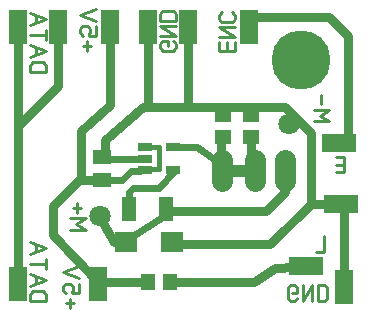
<source format=gbr>
%FSLAX34Y34*%
%MOMM*%
%LNCOPPER_BOTTOM*%
G71*
G01*
%ADD10C, 5.00*%
%ADD11C, 1.80*%
%ADD12C, 1.00*%
%ADD13R, 1.20X0.70*%
%ADD14R, 1.20X2.00*%
%ADD15C, 0.80*%
%ADD16C, 0.40*%
%ADD17C, 0.60*%
%ADD18R, 1.60X1.30*%
%ADD19R, 1.40X1.30*%
%ADD20R, 1.90X1.80*%
%ADD21C, 1.80*%
%ADD22C, 0.24*%
%ADD23R, 1.50X3.00*%
%ADD24R, 3.00X1.50*%
%ADD25R, 1.30X1.40*%
%LPD*%
X250000Y-50000D02*
G54D10*
D03*
G54D11*
X183200Y-134600D02*
X183200Y-152600D01*
G54D11*
X210600Y-134600D02*
X210600Y-152600D01*
G54D11*
X236000Y-134600D02*
X236000Y-152600D01*
G54D12*
X182000Y-144000D02*
X208000Y-144000D01*
X141798Y-142967D02*
G54D13*
D03*
X141798Y-123967D02*
G54D13*
D03*
X117998Y-142967D02*
G54D13*
D03*
X117998Y-123967D02*
G54D13*
D03*
X117998Y-133467D02*
G54D13*
D03*
X104000Y-176000D02*
G54D14*
D03*
X136000Y-176000D02*
G54D14*
D03*
G54D15*
X236000Y-138000D02*
X236000Y-162000D01*
X220000Y-178000D01*
X138000Y-178000D01*
G54D16*
X118000Y-124000D02*
X130000Y-124000D01*
X130000Y-142000D01*
X118000Y-142000D01*
G54D17*
X142000Y-144000D02*
X130000Y-158000D01*
X108000Y-158000D01*
X104000Y-162000D01*
X104000Y-182000D01*
G54D17*
X140000Y-124000D02*
X162000Y-124000D01*
X182000Y-138000D01*
X81500Y-151500D02*
G54D18*
D03*
X81500Y-132500D02*
G54D18*
D03*
G54D17*
X118000Y-134000D02*
X82000Y-134000D01*
G54D17*
X114000Y-144000D02*
X106000Y-144000D01*
X98000Y-152000D01*
X78000Y-152000D01*
X183500Y-115500D02*
G54D19*
D03*
X183500Y-96500D02*
G54D19*
D03*
G54D15*
X116000Y-90000D02*
X84000Y-118000D01*
X84000Y-134000D01*
X207500Y-115500D02*
G54D19*
D03*
X207500Y-96500D02*
G54D19*
D03*
X102000Y-204000D02*
G54D20*
D03*
X141000Y-204000D02*
G54D20*
D03*
G54D15*
X182000Y-118000D02*
X182000Y-144000D01*
G54D15*
X208000Y-118000D02*
X208000Y-138000D01*
X210000Y-140000D01*
G54D15*
X118000Y-90000D02*
X236000Y-90000D01*
X258000Y-112000D01*
X258000Y-172000D01*
X278000Y-172000D01*
X80000Y-182000D02*
G54D21*
D03*
G54D22*
X54666Y-194000D02*
X67999Y-194000D01*
X59666Y-189000D01*
X67999Y-184000D01*
X54666Y-184000D01*
G54D22*
X60499Y-179333D02*
X60499Y-171333D01*
G54D22*
X63833Y-175333D02*
X57166Y-175333D01*
X240000Y-104000D02*
G54D21*
D03*
G54D22*
X260666Y-102000D02*
X273999Y-102000D01*
X265666Y-97000D01*
X273999Y-92000D01*
X260666Y-92000D01*
G54D22*
X266499Y-87333D02*
X266499Y-79333D01*
X88000Y-22000D02*
G54D23*
D03*
X154000Y-22000D02*
G54D23*
D03*
G54D22*
X68499Y-42000D02*
X68499Y-34000D01*
G54D22*
X71833Y-38000D02*
X65166Y-38000D01*
G54D22*
X75999Y-21333D02*
X75999Y-29333D01*
X70166Y-29333D01*
X70166Y-28333D01*
X70999Y-26333D01*
X70999Y-24333D01*
X70166Y-22333D01*
X68499Y-21333D01*
X65166Y-21333D01*
X63499Y-22333D01*
X62666Y-24333D01*
X62666Y-26333D01*
X63499Y-28333D01*
X65166Y-29333D01*
G54D22*
X75999Y-16666D02*
X62666Y-11666D01*
X75999Y-6666D01*
X120000Y-22000D02*
G54D23*
D03*
G54D22*
X137333Y-38000D02*
X137333Y-34000D01*
X133166Y-34000D01*
X131499Y-35000D01*
X130666Y-37000D01*
X130666Y-39000D01*
X131499Y-41000D01*
X133166Y-42000D01*
X141499Y-42000D01*
X143166Y-41000D01*
X143999Y-39000D01*
X143999Y-37000D01*
X143166Y-35000D01*
X141499Y-34000D01*
G54D22*
X130666Y-29333D02*
X143999Y-29333D01*
X130666Y-21333D01*
X143999Y-21333D01*
G54D22*
X130666Y-16666D02*
X143999Y-16666D01*
X143999Y-11666D01*
X143166Y-9666D01*
X141499Y-8666D01*
X133166Y-8666D01*
X131499Y-9666D01*
X130666Y-11666D01*
X130666Y-16666D01*
G54D15*
X154000Y-26000D02*
X154000Y-90000D01*
G54D15*
X120000Y-20000D02*
X120000Y-88000D01*
G54D15*
X80000Y-152000D02*
X64000Y-152000D01*
X64000Y-110000D01*
X88000Y-88000D01*
X88000Y-28000D01*
X90000Y-26000D01*
X10000Y-22000D02*
G54D23*
D03*
G54D22*
X20666Y-60000D02*
X33999Y-60000D01*
X33999Y-55000D01*
X33166Y-53000D01*
X31499Y-52000D01*
X23166Y-52000D01*
X21499Y-53000D01*
X20666Y-55000D01*
X20666Y-60000D01*
G54D22*
X20666Y-47333D02*
X33999Y-42333D01*
X20666Y-37333D01*
G54D22*
X25666Y-45333D02*
X25666Y-39333D01*
G54D22*
X20666Y-28666D02*
X33999Y-28666D01*
G54D22*
X33999Y-32666D02*
X33999Y-24666D01*
G54D22*
X20666Y-19999D02*
X33999Y-14999D01*
X20666Y-9999D01*
G54D22*
X25666Y-17999D02*
X25666Y-11999D01*
X44000Y-22000D02*
G54D23*
D03*
G54D15*
X10000Y-26000D02*
X10000Y-230000D01*
X10000Y-240000D02*
G54D23*
D03*
G54D15*
X44000Y-24000D02*
X44000Y-72000D01*
X10000Y-106000D01*
G54D22*
X20666Y-254000D02*
X33999Y-254000D01*
X33999Y-249000D01*
X33166Y-247000D01*
X31499Y-246000D01*
X23166Y-246000D01*
X21499Y-247000D01*
X20666Y-249000D01*
X20666Y-254000D01*
G54D22*
X20666Y-241333D02*
X33999Y-236333D01*
X20666Y-231333D01*
G54D22*
X25666Y-239333D02*
X25666Y-233333D01*
G54D22*
X20666Y-222666D02*
X33999Y-222666D01*
G54D22*
X33999Y-226666D02*
X33999Y-218666D01*
G54D22*
X20666Y-213999D02*
X33999Y-208999D01*
X20666Y-203999D01*
G54D22*
X25666Y-211999D02*
X25666Y-205999D01*
X206000Y-22000D02*
G54D23*
D03*
G54D22*
X180666Y-35000D02*
X180666Y-42000D01*
X193999Y-42000D01*
X193999Y-35000D01*
G54D22*
X187333Y-42000D02*
X187333Y-35000D01*
G54D22*
X180666Y-30333D02*
X193999Y-30333D01*
X180666Y-22333D01*
X193999Y-22333D01*
G54D22*
X183166Y-9666D02*
X181499Y-10666D01*
X180666Y-12666D01*
X180666Y-14666D01*
X181499Y-16666D01*
X183166Y-17666D01*
X191499Y-17666D01*
X193166Y-16666D01*
X193999Y-14666D01*
X193999Y-12666D01*
X193166Y-10666D01*
X191499Y-9666D01*
G54D15*
X208000Y-14000D02*
X274000Y-14000D01*
X290000Y-30000D01*
X290000Y-120000D01*
X282000Y-120000D02*
G54D24*
D03*
G54D22*
X279730Y-131857D02*
X286730Y-131857D01*
X286730Y-145190D01*
X279730Y-145190D01*
G54D22*
X286730Y-138524D02*
X279730Y-138524D01*
X284000Y-172000D02*
G54D24*
D03*
X286000Y-242000D02*
G54D23*
D03*
G54D22*
X242665Y-247333D02*
X246665Y-247333D01*
X246665Y-243167D01*
X245665Y-241500D01*
X243665Y-240667D01*
X241665Y-240667D01*
X239665Y-241500D01*
X238665Y-243167D01*
X238665Y-251500D01*
X239665Y-253167D01*
X241665Y-254000D01*
X243665Y-254000D01*
X245665Y-253167D01*
X246665Y-251500D01*
G54D22*
X251332Y-240667D02*
X251332Y-254000D01*
X259332Y-240667D01*
X259332Y-254000D01*
G54D22*
X263999Y-240667D02*
X263999Y-254000D01*
X268999Y-254000D01*
X270999Y-253167D01*
X271999Y-251500D01*
X271999Y-243167D01*
X270999Y-241500D01*
X268999Y-240667D01*
X263999Y-240667D01*
G54D15*
X286000Y-250000D02*
X286000Y-178000D01*
X288000Y-176000D01*
G54D17*
X134000Y-182000D02*
X106000Y-200000D01*
G54D15*
X144000Y-206000D02*
X224000Y-206000D01*
X258000Y-172000D01*
G54D15*
X102000Y-204000D02*
X92000Y-204000D01*
X80000Y-184000D01*
X254000Y-224000D02*
G54D24*
D03*
X139000Y-238000D02*
G54D25*
D03*
X120000Y-238000D02*
G54D25*
D03*
G54D15*
X262000Y-224000D02*
X228000Y-226000D01*
X210000Y-238000D01*
X140000Y-238000D01*
G54D15*
X120000Y-238000D02*
X78000Y-238000D01*
X40000Y-198000D01*
X40000Y-174000D01*
X62000Y-152000D01*
G54D22*
X269751Y-199336D02*
X269751Y-212669D01*
X262751Y-212669D01*
X78000Y-240000D02*
G54D23*
D03*
G54D22*
X54499Y-260000D02*
X54499Y-252000D01*
G54D22*
X57833Y-256000D02*
X51166Y-256000D01*
G54D22*
X61999Y-239333D02*
X61999Y-247333D01*
X56166Y-247333D01*
X56166Y-246333D01*
X56999Y-244333D01*
X56999Y-242333D01*
X56166Y-240333D01*
X54499Y-239333D01*
X51166Y-239333D01*
X49499Y-240333D01*
X48666Y-242333D01*
X48666Y-244333D01*
X49499Y-246333D01*
X51166Y-247333D01*
G54D22*
X61999Y-234666D02*
X48666Y-229666D01*
X61999Y-224666D01*
M02*

</source>
